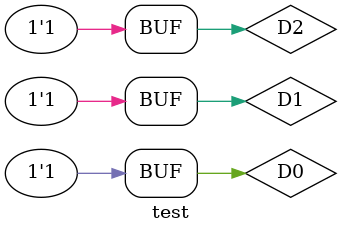
<source format=v>
`timescale 1ns / 1ps


module test;

	// Inputs
	reg D2;
	reg D1;
	reg D0;

	// Outputs
	wire Q1;
	wire Q0;

	// Instantiate the Unit Under Test (UUT)
	ten uut (
		.Q1(Q1), 
		.Q0(Q0), 
		.D2(D2), 
		.D1(D1), 
		.D0(D0)
	);

	initial begin
		// Initialize Inputs
		D2 = 0;
		D1 = 0;
		D0 = 0;

		// Wait 100 ns for global reset to finish
		
		#10 D0 = 0;D1 = 0;D2 = 0;
		#10 D0 = 0;D1 = 0;D2 = 1;
		#10 D0 = 0;D1 = 1;D2 = 0;
		#10 D0 = 0;D1 = 1;D2 = 1;
		#10 D0 = 1;D1 = 0;D2 = 0;
		#10 D0 = 1;D1 = 0;D2 = 1;
		#10 D0 = 1;D1 = 1;D2 = 0;
		#10 D0 = 1;D1 = 1;D2 = 1;


	end
      
endmodule

</source>
